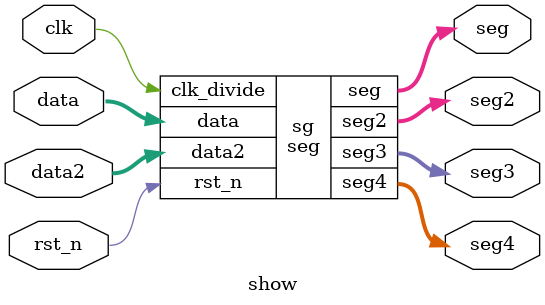
<source format=v>
module test3(clk,set,cs,mr,my,mg,cr,cy,cg,count,segout,segout2,clk_divide,count_c,segout3,segout4,Em,Ec);
input clk,set,cs;		  //cs乡村,c表示乡村车(1/0)
input Em,Ec;
output mr,my,mg,cr,cy,cg;
output[7:0] count;
output[7:0] count_c;
output[6:0] segout;
output[6:0] segout2;
output[6:0] segout3;
output[6:0] segout4;
output clk_divide;
reg mr;
reg my;
reg mg;
reg cr;
reg cy;
reg cg;
reg[2:0] state;
reg[7:0] count;		  //max256秒
reg[7:0] count_c;
reg[2:0] m;
reg[2:0] c;
wire clk_divide;
parameter mgcr = 3'd0,
		  mycr = 3'd1,
		  mrcg = 3'd2,
		  mrcy = 3'd3,
		  NOC  = 3'd4;
always @(posedge clk_divide or posedge set)
	begin					  //每秒测试一次(clk每秒)
		if(set)              //reset信号
			begin
				m <= 3'b001;         //123位分别是RYG
				c <= 3'b100;
				count <= 8'd25;          //计数 
				count_c <= 8'd30;
				state <= mgcr;		  //计数显示程序留作function
			end
		else
			if(Em == 1 || Ec == 1)
				begin
					if(Em == 1)
						begin
							count <= 0;
							count_c <= 99;
							mr <= 1'b0;
							my <= 1'b0;
							mg <= 1'b1;
							cr <= 1'b1;
							cy <= 1'b0;
							cg <= 1'b0;
						end
					else
						begin
							count <= 99;
							count_c <= 0;
							mr <= 1'b1;
							my <= 1'b0;
							mg <= 1'b1;
							cr <= 1'b0;
							cy <= 1'b0;
							cg <= 1'b1;
						end
				end
			else
					begin
						case(state)
							mgcr:
							begin
								if(cs == 0)
									begin
										if(count == 1)
											begin
												state <= NOC;
												count_c <= 8'd99;
												count <= 8'd99;
											end
										else
											begin
												count <= count - 1'b1;
												count_c	<= count_c - 1'b1;
												state <= mgcr;
												m <= 3'b001;
												c <= 3'b100;
												mr <= 1'b0;
												my <= 1'b0;
												mg <= 1'b1;
												cr <= 1'b1;
												cy <= 1'b0;
												cg <= 1'b0;
											end
									end
								if(count == 1)
									begin
										state <= mycr;
										count <= 8'd5;
										count_c <= 8'd5;
									end
								else
									begin
										count <= count - 1'b1;
										count_c <= count_c - 1'b1;
										m <= 3'b001;
	 									c <= 3'b100;
	 									mr <= 1'b0;
	 									my <= 1'b0;
	 									mg <= 1'b1;
	 									cr <= 1'b1;
	 									cy <= 1'b0;
	 									cg <= 1'b0;
										state <= mgcr;
	 								end
							end
							mycr:
							begin
								if(cs == 0)
									begin
										if(count_c == 1)
											begin
												state <= NOC;
												count_c <= 8'd99;
												count <= 8'd99;
											end
										else
											begin
												count <= count - 1'b1;
												count_c	<= count_c - 1'b1;
												state <= mycr;
												m <= 3'b010;
												c <= 3'b100;
												mr <= 1'b0;
												my <= 1'b1;
												mg <= 1'b0;
												cy <= 1'b0;
												cr <= 1'b1;
												cg <= 1'b0;
											end
									end
	 							if(count_c == 1)
	 								begin
	 									state <= mrcg;
	 									count <= 8'd21;
	 									count_c <= 8'd16;
									end
								else
									begin
	 									count <= count - 1'b1;
	 									count_c <= count_c - 1'b1;
	 									m <= 3'b010;
	 									c <= 3'b100;
	 									mr <= 1'b0;
	 									my <= 1'b1;
	 									mg <= 1'b0;
	 									cy <= 1'b0;
										cr <= 1'b1;
 										cg <= 1'b0;
	 									state <= mycr;
	 								end 
							end
							mrcg:
							begin
								if(cs == 0)
									begin
										if(count_c == 1)
											begin
												state <= NOC;
												count_c <= 8'd99;
												count <= 8'd99;
											end
										else
											begin
												count <= count - 1'b1;
												count_c	<= count_c - 1'b1;
												m <= 3'b100;
												c <= 3'b001;
												mr <= 1'b1;
												my <= 1'b0;
												mg <= 1'b0;
												cy <= 1'b0;
												cr <= 1'b0;
												cg <= 1'b1;
												state <= mrcg;
											end
									end
	 							if(count_c == 1)
	 								begin
	 									state <= mrcy;
	 									count_c <= 8'd5;
										count <= 8'd5;
	 								end
	 							else
									begin
	 									count <= count - 1'b1;
	 									count_c <= count_c - 1'b1;
	 									m <= 3'b100;
	 									c <= 3'b001;
	 									mr <= 1'b1;
	 									my <= 1'b0;
	 									mg <= 1'b0;
	 									cy <= 1'b0;
	 									cr <= 1'b0;
	 									cg <= 1'b1;
										state <= mrcg;
	 								end
							end
							mrcy:
							begin
								if(cs == 0)
									begin
										if(count_c == 1)
											begin
												state <= NOC;
												count_c <= 8'd99;
												count <= 8'd99;
											end
										else
											begin
												count <= count - 1'b1;
												count_c	<= count_c - 1'b1;
												m <= 3'b100;
												c <= 3'b010;
												mr <= 1'b1;
												my <= 1'b0;
												mg <= 1'b0;
												cy <= 1'b1;
												cr <= 1'b0;
												cg <= 1'b0; 
												state <= mrcy;
											end
									end
	 							if(count == 1)
	 								begin
	 									state <= mgcr;
	 									count <= 8'd25;
	 									count_c <= 8'd30;
									end
 								else
	 								begin
	 									count <= count - 1'b1;
	 									count_c <= count_c - 1'b1;
	 									m <= 3'b100;
	 									c <= 3'b010;
										mr <= 1'b1;
										my <= 1'b0;
	 									mg <= 1'b0;
	 									cy <= 1'b1;
	 									cr <= 1'b0;
	 									cg <= 1'b0; 
	 									state <= mrcy;
	 							    end
							end
							NOC:
							begin
								if(cs == 1)
									begin
										state <= mgcr;
										count <= 8'd25;
	 									count_c <= 8'd30;
									end
								else
									begin
										m <= 3'b000;
	 									c <= 3'b000;
										mr <= 1'b0;
										my <= 1'b0;
	 									mg <= 1'b1;
	 									cy <= 1'b0;
	 									cr <= 1'b1;
	 									cg <= 1'b0;
										count <= 99;
										count_c <= 99;
										state <= NOC;
									end
							end 
						endcase
					end
	end
show   		st(.clk(clk_divide),.rst_n(set),.data(count),.data2(count_c),.seg(segout),.seg2(segout2),.seg3(segout3),.seg4(segout4));
divide 	    d1(.clk(clk),.rst_n(set),.clk_divide(clk_divide));
endmodule 
module divide(clk,rst_n,clk_divide);
input clk,rst_n;
output clk_divide;
reg [31:0]cnt;
reg clk_divide;
always@(posedge clk or posedge rst_n)
	begin
		if(rst_n)                              
			cnt<=0;
		else 
			begin
				cnt<=cnt+1'b1;
			//clk_divide<=cnt[17];//cnt[17] under the actual situation.
				clk_divide<=cnt[2];//cnt[2] in the simulation case;
			end
	end
endmodule
module seg(clk_divide,rst_n,data,data2,seg,seg2,seg3,seg4);
input clk_divide,rst_n;
input [7:0]data;
input [7:0]data2;
output [6:0]seg;
output [6:0]seg2;
output [6:0]seg3;
output [6:0]seg4;
reg [6:0]seg;
reg [6:0]seg2;
reg [6:0]seg3;
reg [6:0]seg4;
reg [3:0]seg_reg;
reg [3:0]seg_reg2;
reg [3:0]seg_reg3;
reg [3:0]seg_reg4;
reg [27:0]TCnt;
always@(data2)
	begin
		if(data2 > 9)
			begin
				case (data2)
					10:
						begin
							seg_reg3 <= 0;
							seg_reg4 <= 1;
						end
					11:
						begin
							seg_reg3 <= 1;
							seg_reg4 <= 1;
						end
					12:
						begin
							seg_reg3 <= 2;
							seg_reg4 <= 1;
						end
					13:
						begin
							seg_reg3 <= 3;
							seg_reg4 <= 1;
						end
					14:
						begin
							seg_reg3 <= 4;
							seg_reg4 <= 1;
						end
					15:
						begin
							seg_reg3 <= 5;
							seg_reg4 <= 1;
						end
					16:
						begin
							seg_reg3 <= 6;
							seg_reg4 <= 1;
						end
					17:
						begin
							seg_reg3 <= 7;
							seg_reg4 <= 1;
						end
					18:
						begin
							seg_reg3 <= 8;
							seg_reg4 <= 1;
						end
					19:
						begin
							seg_reg3 <= 9;
							seg_reg4 <= 1;
						end
					20:
						begin
							seg_reg3 <= 0;
							seg_reg4 <= 2;
						end
					21:
						begin
							seg_reg3 <= 1;
							seg_reg4 <= 2;
						end
					22:
						begin
							seg_reg3 <= 2;
							seg_reg4 <= 2;
						end
					23:
						begin
							seg_reg3 <= 3;
							seg_reg4 <= 2;
						end
					24:
						begin
							seg_reg3 <= 4;
							seg_reg4 <= 2;
						end
					25:
						begin
							seg_reg3 <= 5;
							seg_reg4 <= 2;
						end
					26:
						begin
							seg_reg3 <= 6;
							seg_reg4 <= 2;
						end
					27:
						begin
							seg_reg3 <= 7;
							seg_reg4 <= 2;
						end
					28:
						begin
							seg_reg3 <= 8;
							seg_reg4 <= 2;
						end
					29:
						begin
							seg_reg3 <= 9;
							seg_reg4 <= 2;
						end
					30:
						begin
							seg_reg3 <= 0;
							seg_reg4 <= 3;
						end
					98:
						begin
							seg_reg3 <= 8;
							seg_reg4 <= 9;
						end
					98:
						begin
							seg_reg3 <= 9;
							seg_reg4 <= 9;
						end
				endcase
			end
		else
			begin
				seg_reg4 <= 0;
				seg_reg3 <= data2;
			end
	end
always@(data)
	begin
		if(data > 9)
			begin
				case (data)
					10:
						begin
							seg_reg <= 0;
							seg_reg2<= 1;
						end
					11:
						begin
							seg_reg <= 1;
							seg_reg2 <= 1;
						end
					12:
						begin
							seg_reg <= 2;
							seg_reg2 <= 1;
						end
					13:
						begin
							seg_reg <= 3;
							seg_reg2 <= 1;
						end
					14:
						begin
							seg_reg <= 4;
							seg_reg2 <= 1;
						end
					15:
						begin
							seg_reg <= 5;
							seg_reg2 <= 1;
						end
					16:
						begin
							seg_reg <= 6;
							seg_reg2 <= 1;
						end
					17:
						begin
							seg_reg <= 7;
							seg_reg2 <= 1;
						end
					18:
						begin
							seg_reg <= 8;
							seg_reg2 <= 1;
						end
					19:
						begin
							seg_reg <= 9;
							seg_reg2 <= 1;
						end
					20:
						begin
							seg_reg <= 0;
							seg_reg2 <= 2;
						end
					21:
						begin
							seg_reg <= 1;
							seg_reg2 <= 2;
						end
					22:
						begin
							seg_reg <= 2;
							seg_reg2 <= 2;
						end
					23:
						begin
							seg_reg <= 3;
							seg_reg2 <= 2;
						end
					24:
						begin
							seg_reg <= 4;
							seg_reg2 <= 2;
						end
					25:
						begin
							seg_reg <= 5;
							seg_reg2 <= 2;
						end
					26:
						begin
							seg_reg <= 6;
							seg_reg2 <= 2;
						end
					27:
						begin
							seg_reg <= 7;
							seg_reg2 <= 2;
						end
					28:
						begin
							seg_reg <= 8;
							seg_reg2 <= 2;
						end
					29:
						begin
							seg_reg <= 9;
							seg_reg2 <= 2;
						end
					30:
						begin
							seg_reg <= 0;
							seg_reg2 <= 3;
						end
					98:
						begin
							seg_reg <= 8;
							seg_reg2 <= 9;
						end
					99:
						begin
							seg_reg <= 9;
							seg_reg2 <= 9;
						end
				endcase
			end
		else
			begin
				seg_reg2 <= 0;
				seg_reg <= data;
			end
	end
always@(posedge clk_divide or posedge rst_n)
	begin
		if(rst_n)
			begin
				seg<=7'b1111111;
				seg2<=7'b1111111;
				seg3<=7'b1111111;
				seg4<=7'b1111111;
			end
		else 
			begin
				case(seg_reg)
					0:seg=7'b0000001;
					1:seg=7'b1001111;
					2:seg=7'b0010010;
					3:seg=7'b0000110;
					4:seg=7'b1001100;
					5:seg=7'b0100100;
					6:seg=7'b0100000;
					7:seg=7'b0001111;
					8:seg=7'b0000000;
					9:seg=7'b0000100;
					default:seg<=7'b1111111;
				endcase
				case(seg_reg2)
					0:seg2=7'b0000001;
					1:seg2=7'b1001111;
					2:seg2=7'b0010010;
					3:seg2=7'b0000110;
					4:seg2=7'b1001100;
					5:seg2=7'b0100100;
					6:seg2=7'b0100000;
					7:seg2=7'b0001111;
					8:seg2=7'b0000000;
					9:seg2=7'b0000100;
					default:seg2<=7'b1111111;
				endcase
				case(seg_reg3)
					0:seg3=7'b0000001;
					1:seg3=7'b1001111;
					2:seg3=7'b0010010;
					3:seg3=7'b0000110;
					4:seg3=7'b1001100;
					5:seg3=7'b0100100;
					6:seg3=7'b0100000;
					7:seg3=7'b0001111;
					8:seg3=7'b0000000;
					9:seg3=7'b0000100;
					default:seg3<=7'b1111111;
				endcase
				case(seg_reg4)
					0:seg4=7'b0000001;
					1:seg4=7'b1001111;
					2:seg4=7'b0010010;
					3:seg4=7'b0000110;
					4:seg4=7'b1001100;
					5:seg4=7'b0100100;
					6:seg4=7'b0100000;
					7:seg4=7'b0001111;
					8:seg4=7'b0000000;
					9:seg4=7'b0000100;
					default:seg4<=7'b1111111;
				endcase
			end
	end
endmodule
module show(clk,rst_n,data,data2,seg,seg2,seg3,seg4);
input clk,rst_n;
input [7:0]data;
input [7:0]data2;
output [6:0]seg;
output [6:0]seg2;
output [6:0]seg3;
output [6:0]seg4;
wire [6:0]seg;
wire [6:0]seg2;
wire [6:0]seg3;
wire [6:0]seg4;
seg 	    sg(.clk_divide(clk),.rst_n(rst_n),.data2(data2),.data(data),.seg(seg),.seg2(seg2),.seg3(seg3),.seg4(seg4));
endmodule
	 
</source>
